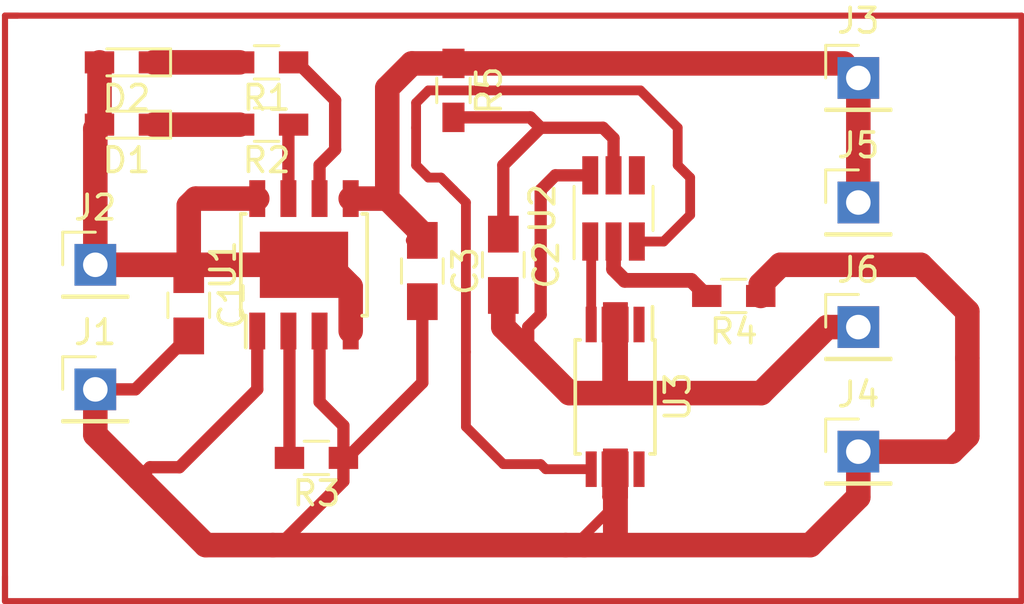
<source format=kicad_pcb>
(kicad_pcb (version 4) (host pcbnew 4.0.7-e1-6374~58~ubuntu14.04.1)

  (general
    (links 33)
    (no_connects 0)
    (area 0 0 0 0)
    (thickness 1.6)
    (drawings 0)
    (tracks 139)
    (zones 0)
    (modules 19)
    (nets 14)
  )

  (page A4)
  (layers
    (0 F.Cu signal)
    (31 B.Cu signal)
    (32 B.Adhes user)
    (33 F.Adhes user)
    (34 B.Paste user)
    (35 F.Paste user)
    (36 B.SilkS user)
    (37 F.SilkS user)
    (38 B.Mask user)
    (39 F.Mask user)
    (40 Dwgs.User user)
    (41 Cmts.User user)
    (42 Eco1.User user)
    (43 Eco2.User user)
    (44 Edge.Cuts user)
    (45 Margin user)
    (46 B.CrtYd user)
    (47 F.CrtYd user)
    (48 B.Fab user)
    (49 F.Fab user)
  )

  (setup
    (last_trace_width 0.25)
    (user_trace_width 0.4)
    (user_trace_width 0.5)
    (user_trace_width 0.6)
    (user_trace_width 0.7)
    (user_trace_width 1)
    (user_trace_width 2)
    (user_trace_width 3)
    (trace_clearance 0.2)
    (zone_clearance 0.015)
    (zone_45_only no)
    (trace_min 0.25)
    (segment_width 0.2)
    (edge_width 0.15)
    (via_size 0.6)
    (via_drill 0.4)
    (via_min_size 0.6)
    (via_min_drill 0.3)
    (user_via 1.5 0.9)
    (user_via 2.2 1)
    (user_via 3 1.5)
    (uvia_size 0.3)
    (uvia_drill 0.1)
    (uvias_allowed no)
    (uvia_min_size 0.2)
    (uvia_min_drill 0.1)
    (pcb_text_width 0.3)
    (pcb_text_size 1.5 1.5)
    (mod_edge_width 0.15)
    (mod_text_size 1 1)
    (mod_text_width 0.15)
    (pad_size 1.524 1.524)
    (pad_drill 0.762)
    (pad_to_mask_clearance 0.2)
    (aux_axis_origin 0 0)
    (visible_elements FFFFFF7F)
    (pcbplotparams
      (layerselection 0x00000_00000001)
      (usegerberextensions false)
      (excludeedgelayer true)
      (linewidth 0.200000)
      (plotframeref false)
      (viasonmask true)
      (mode 1)
      (useauxorigin false)
      (hpglpennumber 1)
      (hpglpenspeed 20)
      (hpglpendiameter 15)
      (hpglpenoverlay 2)
      (psnegative false)
      (psa4output false)
      (plotreference false)
      (plotvalue false)
      (plotinvisibletext true)
      (padsonsilk false)
      (subtractmaskfromsilk false)
      (outputformat 5)
      (mirror true)
      (drillshape 2)
      (scaleselection 1)
      (outputdirectory out/))
  )

  (net 0 "")
  (net 1 IN+)
  (net 2 "Net-(C2-Pad1)")
  (net 3 BAT-)
  (net 4 "Net-(D1-Pad1)")
  (net 5 "Net-(D2-Pad1)")
  (net 6 "Net-(R1-Pad1)")
  (net 7 "Net-(R2-Pad1)")
  (net 8 "Net-(R3-Pad2)")
  (net 9 "Net-(R4-Pad2)")
  (net 10 BAT+)
  (net 11 IN-)
  (net 12 "Net-(U2-Pad1)")
  (net 13 "Net-(U2-Pad3)")

  (net_class Default "This is the default net class."
    (clearance 0.2)
    (trace_width 0.25)
    (via_dia 0.6)
    (via_drill 0.4)
    (uvia_dia 0.3)
    (uvia_drill 0.1)
    (add_net BAT+)
    (add_net BAT-)
    (add_net IN+)
    (add_net IN-)
    (add_net "Net-(C2-Pad1)")
    (add_net "Net-(D1-Pad1)")
    (add_net "Net-(D2-Pad1)")
    (add_net "Net-(R1-Pad1)")
    (add_net "Net-(R2-Pad1)")
    (add_net "Net-(R3-Pad2)")
    (add_net "Net-(R4-Pad2)")
    (add_net "Net-(U2-Pad1)")
    (add_net "Net-(U2-Pad3)")
  )

  (module Capacitors_SMD:C_0805_HandSoldering (layer F.Cu) (tedit 58AA84A8) (tstamp 598D0C30)
    (at 123.825 70.231 270)
    (descr "Capacitor SMD 0805, hand soldering")
    (tags "capacitor 0805")
    (path /5980CC73)
    (attr smd)
    (fp_text reference C1 (at 0 -1.75 270) (layer F.SilkS)
      (effects (font (size 1 1) (thickness 0.15)))
    )
    (fp_text value 0.1uF (at 0 1.75 270) (layer F.Fab)
      (effects (font (size 1 1) (thickness 0.15)))
    )
    (fp_text user %R (at 0 -1.75 270) (layer F.Fab)
      (effects (font (size 1 1) (thickness 0.15)))
    )
    (fp_line (start -1 0.62) (end -1 -0.62) (layer F.Fab) (width 0.1))
    (fp_line (start 1 0.62) (end -1 0.62) (layer F.Fab) (width 0.1))
    (fp_line (start 1 -0.62) (end 1 0.62) (layer F.Fab) (width 0.1))
    (fp_line (start -1 -0.62) (end 1 -0.62) (layer F.Fab) (width 0.1))
    (fp_line (start 0.5 -0.85) (end -0.5 -0.85) (layer F.SilkS) (width 0.12))
    (fp_line (start -0.5 0.85) (end 0.5 0.85) (layer F.SilkS) (width 0.12))
    (fp_line (start -2.25 -0.88) (end 2.25 -0.88) (layer F.CrtYd) (width 0.05))
    (fp_line (start -2.25 -0.88) (end -2.25 0.87) (layer F.CrtYd) (width 0.05))
    (fp_line (start 2.25 0.87) (end 2.25 -0.88) (layer F.CrtYd) (width 0.05))
    (fp_line (start 2.25 0.87) (end -2.25 0.87) (layer F.CrtYd) (width 0.05))
    (pad 1 smd rect (at -1.25 0 270) (size 1.5 1.25) (layers F.Cu F.Paste F.Mask)
      (net 1 IN+))
    (pad 2 smd rect (at 1.25 0 270) (size 1.5 1.25) (layers F.Cu F.Paste F.Mask)
      (net 11 IN-))
    (model Capacitors_SMD.3dshapes/C_0805.wrl
      (at (xyz 0 0 0))
      (scale (xyz 1 1 1))
      (rotate (xyz 0 0 0))
    )
  )

  (module Capacitors_SMD:C_0805_HandSoldering (layer F.Cu) (tedit 599779C1) (tstamp 598D0C36)
    (at 136.652 68.58 270)
    (descr "Capacitor SMD 0805, hand soldering")
    (tags "capacitor 0805")
    (path /598D1488)
    (attr smd)
    (fp_text reference C2 (at 0 -1.75 270) (layer F.SilkS)
      (effects (font (size 1 1) (thickness 0.15)))
    )
    (fp_text value 0.1uF (at 4.064 0.508 270) (layer F.Fab)
      (effects (font (size 1 1) (thickness 0.15)))
    )
    (fp_text user %R (at 0 -1.75 270) (layer F.Fab)
      (effects (font (size 1 1) (thickness 0.15)))
    )
    (fp_line (start -1 0.62) (end -1 -0.62) (layer F.Fab) (width 0.1))
    (fp_line (start 1 0.62) (end -1 0.62) (layer F.Fab) (width 0.1))
    (fp_line (start 1 -0.62) (end 1 0.62) (layer F.Fab) (width 0.1))
    (fp_line (start -1 -0.62) (end 1 -0.62) (layer F.Fab) (width 0.1))
    (fp_line (start 0.5 -0.85) (end -0.5 -0.85) (layer F.SilkS) (width 0.12))
    (fp_line (start -0.5 0.85) (end 0.5 0.85) (layer F.SilkS) (width 0.12))
    (fp_line (start -2.25 -0.88) (end 2.25 -0.88) (layer F.CrtYd) (width 0.05))
    (fp_line (start -2.25 -0.88) (end -2.25 0.87) (layer F.CrtYd) (width 0.05))
    (fp_line (start 2.25 0.87) (end 2.25 -0.88) (layer F.CrtYd) (width 0.05))
    (fp_line (start 2.25 0.87) (end -2.25 0.87) (layer F.CrtYd) (width 0.05))
    (pad 1 smd rect (at -1.25 0 270) (size 1.5 1.25) (layers F.Cu F.Paste F.Mask)
      (net 2 "Net-(C2-Pad1)"))
    (pad 2 smd rect (at 1.25 0 270) (size 1.5 1.25) (layers F.Cu F.Paste F.Mask)
      (net 3 BAT-))
    (model Capacitors_SMD.3dshapes/C_0805.wrl
      (at (xyz 0 0 0))
      (scale (xyz 1 1 1))
      (rotate (xyz 0 0 0))
    )
  )

  (module TO_SOT_Packages_SMD:SOT-23-6_Handsoldering (layer F.Cu) (tedit 58CE4E7E) (tstamp 598D0CB8)
    (at 141.1478 66.2813 90)
    (descr "6-pin SOT-23 package, Handsoldering")
    (tags "SOT-23-6 Handsoldering")
    (path /598D23F7)
    (attr smd)
    (fp_text reference U2 (at 0 -2.9 90) (layer F.SilkS)
      (effects (font (size 1 1) (thickness 0.15)))
    )
    (fp_text value DW01 (at 0 2.9 90) (layer F.Fab)
      (effects (font (size 1 1) (thickness 0.15)))
    )
    (fp_text user %R (at 0 0 180) (layer F.Fab)
      (effects (font (size 0.5 0.5) (thickness 0.075)))
    )
    (fp_line (start -0.9 1.61) (end 0.9 1.61) (layer F.SilkS) (width 0.12))
    (fp_line (start 0.9 -1.61) (end -2.05 -1.61) (layer F.SilkS) (width 0.12))
    (fp_line (start -2.4 1.8) (end -2.4 -1.8) (layer F.CrtYd) (width 0.05))
    (fp_line (start 2.4 1.8) (end -2.4 1.8) (layer F.CrtYd) (width 0.05))
    (fp_line (start 2.4 -1.8) (end 2.4 1.8) (layer F.CrtYd) (width 0.05))
    (fp_line (start -2.4 -1.8) (end 2.4 -1.8) (layer F.CrtYd) (width 0.05))
    (fp_line (start -0.9 -0.9) (end -0.25 -1.55) (layer F.Fab) (width 0.1))
    (fp_line (start 0.9 -1.55) (end -0.25 -1.55) (layer F.Fab) (width 0.1))
    (fp_line (start -0.9 -0.9) (end -0.9 1.55) (layer F.Fab) (width 0.1))
    (fp_line (start 0.9 1.55) (end -0.9 1.55) (layer F.Fab) (width 0.1))
    (fp_line (start 0.9 -1.55) (end 0.9 1.55) (layer F.Fab) (width 0.1))
    (pad 1 smd rect (at -1.35 -0.95 90) (size 1.56 0.65) (layers F.Cu F.Paste F.Mask)
      (net 12 "Net-(U2-Pad1)"))
    (pad 2 smd rect (at -1.35 0 90) (size 1.56 0.65) (layers F.Cu F.Paste F.Mask)
      (net 9 "Net-(R4-Pad2)"))
    (pad 3 smd rect (at -1.35 0.95 90) (size 1.56 0.65) (layers F.Cu F.Paste F.Mask)
      (net 13 "Net-(U2-Pad3)"))
    (pad 4 smd rect (at 1.35 0.95 90) (size 1.56 0.65) (layers F.Cu F.Paste F.Mask))
    (pad 6 smd rect (at 1.35 -0.95 90) (size 1.56 0.65) (layers F.Cu F.Paste F.Mask)
      (net 3 BAT-))
    (pad 5 smd rect (at 1.35 0 90) (size 1.56 0.65) (layers F.Cu F.Paste F.Mask)
      (net 2 "Net-(C2-Pad1)"))
    (model ${KISYS3DMOD}/TO_SOT_Packages_SMD.3dshapes/SOT-23-6.wrl
      (at (xyz 0 0 0))
      (scale (xyz 1 1 1))
      (rotate (xyz 0 0 0))
    )
  )

  (module Resistors_SMD:R_0603_HandSoldering (layer F.Cu) (tedit 58E0A804) (tstamp 598F8508)
    (at 127 60.325 180)
    (descr "Resistor SMD 0603, hand soldering")
    (tags "resistor 0603")
    (path /5980CDB4)
    (attr smd)
    (fp_text reference R1 (at 0 -1.45 180) (layer F.SilkS)
      (effects (font (size 1 1) (thickness 0.15)))
    )
    (fp_text value 1k (at 0 1.55 180) (layer F.Fab)
      (effects (font (size 1 1) (thickness 0.15)))
    )
    (fp_text user %R (at 0 0 180) (layer F.Fab)
      (effects (font (size 0.4 0.4) (thickness 0.075)))
    )
    (fp_line (start -0.8 0.4) (end -0.8 -0.4) (layer F.Fab) (width 0.1))
    (fp_line (start 0.8 0.4) (end -0.8 0.4) (layer F.Fab) (width 0.1))
    (fp_line (start 0.8 -0.4) (end 0.8 0.4) (layer F.Fab) (width 0.1))
    (fp_line (start -0.8 -0.4) (end 0.8 -0.4) (layer F.Fab) (width 0.1))
    (fp_line (start 0.5 0.68) (end -0.5 0.68) (layer F.SilkS) (width 0.12))
    (fp_line (start -0.5 -0.68) (end 0.5 -0.68) (layer F.SilkS) (width 0.12))
    (fp_line (start -1.96 -0.7) (end 1.95 -0.7) (layer F.CrtYd) (width 0.05))
    (fp_line (start -1.96 -0.7) (end -1.96 0.7) (layer F.CrtYd) (width 0.05))
    (fp_line (start 1.95 0.7) (end 1.95 -0.7) (layer F.CrtYd) (width 0.05))
    (fp_line (start 1.95 0.7) (end -1.96 0.7) (layer F.CrtYd) (width 0.05))
    (pad 1 smd rect (at -1.1 0 180) (size 1.2 0.9) (layers F.Cu F.Paste F.Mask)
      (net 6 "Net-(R1-Pad1)"))
    (pad 2 smd rect (at 1.1 0 180) (size 1.2 0.9) (layers F.Cu F.Paste F.Mask)
      (net 5 "Net-(D2-Pad1)"))
    (model ${KISYS3DMOD}/Resistors_SMD.3dshapes/R_0603.wrl
      (at (xyz 0 0 0))
      (scale (xyz 1 1 1))
      (rotate (xyz 0 0 0))
    )
  )

  (module Resistors_SMD:R_0603_HandSoldering (layer F.Cu) (tedit 58E0A804) (tstamp 598F850D)
    (at 127 62.865 180)
    (descr "Resistor SMD 0603, hand soldering")
    (tags "resistor 0603")
    (path /5980CC1A)
    (attr smd)
    (fp_text reference R2 (at 0 -1.45 180) (layer F.SilkS)
      (effects (font (size 1 1) (thickness 0.15)))
    )
    (fp_text value 1k (at 0 1.55 180) (layer F.Fab)
      (effects (font (size 1 1) (thickness 0.15)))
    )
    (fp_text user %R (at 0 0 180) (layer F.Fab)
      (effects (font (size 0.4 0.4) (thickness 0.075)))
    )
    (fp_line (start -0.8 0.4) (end -0.8 -0.4) (layer F.Fab) (width 0.1))
    (fp_line (start 0.8 0.4) (end -0.8 0.4) (layer F.Fab) (width 0.1))
    (fp_line (start 0.8 -0.4) (end 0.8 0.4) (layer F.Fab) (width 0.1))
    (fp_line (start -0.8 -0.4) (end 0.8 -0.4) (layer F.Fab) (width 0.1))
    (fp_line (start 0.5 0.68) (end -0.5 0.68) (layer F.SilkS) (width 0.12))
    (fp_line (start -0.5 -0.68) (end 0.5 -0.68) (layer F.SilkS) (width 0.12))
    (fp_line (start -1.96 -0.7) (end 1.95 -0.7) (layer F.CrtYd) (width 0.05))
    (fp_line (start -1.96 -0.7) (end -1.96 0.7) (layer F.CrtYd) (width 0.05))
    (fp_line (start 1.95 0.7) (end 1.95 -0.7) (layer F.CrtYd) (width 0.05))
    (fp_line (start 1.95 0.7) (end -1.96 0.7) (layer F.CrtYd) (width 0.05))
    (pad 1 smd rect (at -1.1 0 180) (size 1.2 0.9) (layers F.Cu F.Paste F.Mask)
      (net 7 "Net-(R2-Pad1)"))
    (pad 2 smd rect (at 1.1 0 180) (size 1.2 0.9) (layers F.Cu F.Paste F.Mask)
      (net 4 "Net-(D1-Pad1)"))
    (model ${KISYS3DMOD}/Resistors_SMD.3dshapes/R_0603.wrl
      (at (xyz 0 0 0))
      (scale (xyz 1 1 1))
      (rotate (xyz 0 0 0))
    )
  )

  (module Resistors_SMD:R_0603_HandSoldering (layer F.Cu) (tedit 58E0A804) (tstamp 598F8512)
    (at 129.032 76.454 180)
    (descr "Resistor SMD 0603, hand soldering")
    (tags "resistor 0603")
    (path /5980D069)
    (attr smd)
    (fp_text reference R3 (at 0 -1.45 180) (layer F.SilkS)
      (effects (font (size 1 1) (thickness 0.15)))
    )
    (fp_text value 10k (at 0 1.55 180) (layer F.Fab)
      (effects (font (size 1 1) (thickness 0.15)))
    )
    (fp_text user %R (at 0 0 180) (layer F.Fab)
      (effects (font (size 0.4 0.4) (thickness 0.075)))
    )
    (fp_line (start -0.8 0.4) (end -0.8 -0.4) (layer F.Fab) (width 0.1))
    (fp_line (start 0.8 0.4) (end -0.8 0.4) (layer F.Fab) (width 0.1))
    (fp_line (start 0.8 -0.4) (end 0.8 0.4) (layer F.Fab) (width 0.1))
    (fp_line (start -0.8 -0.4) (end 0.8 -0.4) (layer F.Fab) (width 0.1))
    (fp_line (start 0.5 0.68) (end -0.5 0.68) (layer F.SilkS) (width 0.12))
    (fp_line (start -0.5 -0.68) (end 0.5 -0.68) (layer F.SilkS) (width 0.12))
    (fp_line (start -1.96 -0.7) (end 1.95 -0.7) (layer F.CrtYd) (width 0.05))
    (fp_line (start -1.96 -0.7) (end -1.96 0.7) (layer F.CrtYd) (width 0.05))
    (fp_line (start 1.95 0.7) (end 1.95 -0.7) (layer F.CrtYd) (width 0.05))
    (fp_line (start 1.95 0.7) (end -1.96 0.7) (layer F.CrtYd) (width 0.05))
    (pad 1 smd rect (at -1.1 0 180) (size 1.2 0.9) (layers F.Cu F.Paste F.Mask)
      (net 11 IN-))
    (pad 2 smd rect (at 1.1 0 180) (size 1.2 0.9) (layers F.Cu F.Paste F.Mask)
      (net 8 "Net-(R3-Pad2)"))
    (model ${KISYS3DMOD}/Resistors_SMD.3dshapes/R_0603.wrl
      (at (xyz 0 0 0))
      (scale (xyz 1 1 1))
      (rotate (xyz 0 0 0))
    )
  )

  (module Resistors_SMD:R_0603_HandSoldering (layer F.Cu) (tedit 58E0A804) (tstamp 598F8517)
    (at 146.05 69.85 180)
    (descr "Resistor SMD 0603, hand soldering")
    (tags "resistor 0603")
    (path /598D0D68)
    (attr smd)
    (fp_text reference R4 (at 0 -1.45 180) (layer F.SilkS)
      (effects (font (size 1 1) (thickness 0.15)))
    )
    (fp_text value 1k (at 0 1.55 180) (layer F.Fab)
      (effects (font (size 1 1) (thickness 0.15)))
    )
    (fp_text user %R (at 0 0 180) (layer F.Fab)
      (effects (font (size 0.4 0.4) (thickness 0.075)))
    )
    (fp_line (start -0.8 0.4) (end -0.8 -0.4) (layer F.Fab) (width 0.1))
    (fp_line (start 0.8 0.4) (end -0.8 0.4) (layer F.Fab) (width 0.1))
    (fp_line (start 0.8 -0.4) (end 0.8 0.4) (layer F.Fab) (width 0.1))
    (fp_line (start -0.8 -0.4) (end 0.8 -0.4) (layer F.Fab) (width 0.1))
    (fp_line (start 0.5 0.68) (end -0.5 0.68) (layer F.SilkS) (width 0.12))
    (fp_line (start -0.5 -0.68) (end 0.5 -0.68) (layer F.SilkS) (width 0.12))
    (fp_line (start -1.96 -0.7) (end 1.95 -0.7) (layer F.CrtYd) (width 0.05))
    (fp_line (start -1.96 -0.7) (end -1.96 0.7) (layer F.CrtYd) (width 0.05))
    (fp_line (start 1.95 0.7) (end 1.95 -0.7) (layer F.CrtYd) (width 0.05))
    (fp_line (start 1.95 0.7) (end -1.96 0.7) (layer F.CrtYd) (width 0.05))
    (pad 1 smd rect (at -1.1 0 180) (size 1.2 0.9) (layers F.Cu F.Paste F.Mask)
      (net 11 IN-))
    (pad 2 smd rect (at 1.1 0 180) (size 1.2 0.9) (layers F.Cu F.Paste F.Mask)
      (net 9 "Net-(R4-Pad2)"))
    (model ${KISYS3DMOD}/Resistors_SMD.3dshapes/R_0603.wrl
      (at (xyz 0 0 0))
      (scale (xyz 1 1 1))
      (rotate (xyz 0 0 0))
    )
  )

  (module Resistors_SMD:R_0603_HandSoldering (layer F.Cu) (tedit 58E0A804) (tstamp 598F851C)
    (at 134.62 61.468 270)
    (descr "Resistor SMD 0603, hand soldering")
    (tags "resistor 0603")
    (path /598D157A)
    (attr smd)
    (fp_text reference R5 (at 0 -1.45 270) (layer F.SilkS)
      (effects (font (size 1 1) (thickness 0.15)))
    )
    (fp_text value 100 (at 0 1.55 270) (layer F.Fab)
      (effects (font (size 1 1) (thickness 0.15)))
    )
    (fp_text user %R (at 0 0 270) (layer F.Fab)
      (effects (font (size 0.4 0.4) (thickness 0.075)))
    )
    (fp_line (start -0.8 0.4) (end -0.8 -0.4) (layer F.Fab) (width 0.1))
    (fp_line (start 0.8 0.4) (end -0.8 0.4) (layer F.Fab) (width 0.1))
    (fp_line (start 0.8 -0.4) (end 0.8 0.4) (layer F.Fab) (width 0.1))
    (fp_line (start -0.8 -0.4) (end 0.8 -0.4) (layer F.Fab) (width 0.1))
    (fp_line (start 0.5 0.68) (end -0.5 0.68) (layer F.SilkS) (width 0.12))
    (fp_line (start -0.5 -0.68) (end 0.5 -0.68) (layer F.SilkS) (width 0.12))
    (fp_line (start -1.96 -0.7) (end 1.95 -0.7) (layer F.CrtYd) (width 0.05))
    (fp_line (start -1.96 -0.7) (end -1.96 0.7) (layer F.CrtYd) (width 0.05))
    (fp_line (start 1.95 0.7) (end 1.95 -0.7) (layer F.CrtYd) (width 0.05))
    (fp_line (start 1.95 0.7) (end -1.96 0.7) (layer F.CrtYd) (width 0.05))
    (pad 1 smd rect (at -1.1 0 270) (size 1.2 0.9) (layers F.Cu F.Paste F.Mask)
      (net 10 BAT+))
    (pad 2 smd rect (at 1.1 0 270) (size 1.2 0.9) (layers F.Cu F.Paste F.Mask)
      (net 2 "Net-(C2-Pad1)"))
    (model ${KISYS3DMOD}/Resistors_SMD.3dshapes/R_0603.wrl
      (at (xyz 0 0 0))
      (scale (xyz 1 1 1))
      (rotate (xyz 0 0 0))
    )
  )

  (module Pin_Headers:Pin_Header_Straight_1x01_Pitch2.54mm (layer F.Cu) (tedit 59650532) (tstamp 598F862C)
    (at 120.015 73.66)
    (descr "Through hole straight pin header, 1x01, 2.54mm pitch, single row")
    (tags "Through hole pin header THT 1x01 2.54mm single row")
    (path /598F8882)
    (fp_text reference J1 (at 0 -2.33) (layer F.SilkS)
      (effects (font (size 1 1) (thickness 0.15)))
    )
    (fp_text value CONN_in- (at 0 2.33) (layer F.Fab)
      (effects (font (size 1 1) (thickness 0.15)))
    )
    (fp_line (start -0.635 -1.27) (end 1.27 -1.27) (layer F.Fab) (width 0.1))
    (fp_line (start 1.27 -1.27) (end 1.27 1.27) (layer F.Fab) (width 0.1))
    (fp_line (start 1.27 1.27) (end -1.27 1.27) (layer F.Fab) (width 0.1))
    (fp_line (start -1.27 1.27) (end -1.27 -0.635) (layer F.Fab) (width 0.1))
    (fp_line (start -1.27 -0.635) (end -0.635 -1.27) (layer F.Fab) (width 0.1))
    (fp_line (start -1.33 1.33) (end 1.33 1.33) (layer F.SilkS) (width 0.12))
    (fp_line (start -1.33 1.27) (end -1.33 1.33) (layer F.SilkS) (width 0.12))
    (fp_line (start 1.33 1.27) (end 1.33 1.33) (layer F.SilkS) (width 0.12))
    (fp_line (start -1.33 1.27) (end 1.33 1.27) (layer F.SilkS) (width 0.12))
    (fp_line (start -1.33 0) (end -1.33 -1.33) (layer F.SilkS) (width 0.12))
    (fp_line (start -1.33 -1.33) (end 0 -1.33) (layer F.SilkS) (width 0.12))
    (fp_line (start -1.8 -1.8) (end -1.8 1.8) (layer F.CrtYd) (width 0.05))
    (fp_line (start -1.8 1.8) (end 1.8 1.8) (layer F.CrtYd) (width 0.05))
    (fp_line (start 1.8 1.8) (end 1.8 -1.8) (layer F.CrtYd) (width 0.05))
    (fp_line (start 1.8 -1.8) (end -1.8 -1.8) (layer F.CrtYd) (width 0.05))
    (fp_text user %R (at 0 0 90) (layer F.Fab)
      (effects (font (size 1 1) (thickness 0.15)))
    )
    (pad 1 thru_hole rect (at 0 0) (size 1.7 1.7) (drill 1) (layers *.Cu *.Mask)
      (net 11 IN-))
    (model ${KISYS3DMOD}/Pin_Headers.3dshapes/Pin_Header_Straight_1x01_Pitch2.54mm.wrl
      (at (xyz 0 0 0))
      (scale (xyz 1 1 1))
      (rotate (xyz 0 0 0))
    )
  )

  (module Pin_Headers:Pin_Header_Straight_1x01_Pitch2.54mm (layer F.Cu) (tedit 59650532) (tstamp 598F8631)
    (at 120.015 68.58)
    (descr "Through hole straight pin header, 1x01, 2.54mm pitch, single row")
    (tags "Through hole pin header THT 1x01 2.54mm single row")
    (path /598F8785)
    (fp_text reference J2 (at 0 -2.33) (layer F.SilkS)
      (effects (font (size 1 1) (thickness 0.15)))
    )
    (fp_text value CONN_in+ (at 0 2.33) (layer F.Fab)
      (effects (font (size 1 1) (thickness 0.15)))
    )
    (fp_line (start -0.635 -1.27) (end 1.27 -1.27) (layer F.Fab) (width 0.1))
    (fp_line (start 1.27 -1.27) (end 1.27 1.27) (layer F.Fab) (width 0.1))
    (fp_line (start 1.27 1.27) (end -1.27 1.27) (layer F.Fab) (width 0.1))
    (fp_line (start -1.27 1.27) (end -1.27 -0.635) (layer F.Fab) (width 0.1))
    (fp_line (start -1.27 -0.635) (end -0.635 -1.27) (layer F.Fab) (width 0.1))
    (fp_line (start -1.33 1.33) (end 1.33 1.33) (layer F.SilkS) (width 0.12))
    (fp_line (start -1.33 1.27) (end -1.33 1.33) (layer F.SilkS) (width 0.12))
    (fp_line (start 1.33 1.27) (end 1.33 1.33) (layer F.SilkS) (width 0.12))
    (fp_line (start -1.33 1.27) (end 1.33 1.27) (layer F.SilkS) (width 0.12))
    (fp_line (start -1.33 0) (end -1.33 -1.33) (layer F.SilkS) (width 0.12))
    (fp_line (start -1.33 -1.33) (end 0 -1.33) (layer F.SilkS) (width 0.12))
    (fp_line (start -1.8 -1.8) (end -1.8 1.8) (layer F.CrtYd) (width 0.05))
    (fp_line (start -1.8 1.8) (end 1.8 1.8) (layer F.CrtYd) (width 0.05))
    (fp_line (start 1.8 1.8) (end 1.8 -1.8) (layer F.CrtYd) (width 0.05))
    (fp_line (start 1.8 -1.8) (end -1.8 -1.8) (layer F.CrtYd) (width 0.05))
    (fp_text user %R (at 0 0 90) (layer F.Fab)
      (effects (font (size 1 1) (thickness 0.15)))
    )
    (pad 1 thru_hole rect (at 0 0) (size 1.7 1.7) (drill 1) (layers *.Cu *.Mask)
      (net 1 IN+))
    (model ${KISYS3DMOD}/Pin_Headers.3dshapes/Pin_Header_Straight_1x01_Pitch2.54mm.wrl
      (at (xyz 0 0 0))
      (scale (xyz 1 1 1))
      (rotate (xyz 0 0 0))
    )
  )

  (module Pin_Headers:Pin_Header_Straight_1x01_Pitch2.54mm (layer F.Cu) (tedit 59650532) (tstamp 598F8636)
    (at 151.13 60.96)
    (descr "Through hole straight pin header, 1x01, 2.54mm pitch, single row")
    (tags "Through hole pin header THT 1x01 2.54mm single row")
    (path /598F8FBA)
    (fp_text reference J3 (at 0 -2.33) (layer F.SilkS)
      (effects (font (size 1 1) (thickness 0.15)))
    )
    (fp_text value conOut+ (at 0 2.33) (layer F.Fab)
      (effects (font (size 1 1) (thickness 0.15)))
    )
    (fp_line (start -0.635 -1.27) (end 1.27 -1.27) (layer F.Fab) (width 0.1))
    (fp_line (start 1.27 -1.27) (end 1.27 1.27) (layer F.Fab) (width 0.1))
    (fp_line (start 1.27 1.27) (end -1.27 1.27) (layer F.Fab) (width 0.1))
    (fp_line (start -1.27 1.27) (end -1.27 -0.635) (layer F.Fab) (width 0.1))
    (fp_line (start -1.27 -0.635) (end -0.635 -1.27) (layer F.Fab) (width 0.1))
    (fp_line (start -1.33 1.33) (end 1.33 1.33) (layer F.SilkS) (width 0.12))
    (fp_line (start -1.33 1.27) (end -1.33 1.33) (layer F.SilkS) (width 0.12))
    (fp_line (start 1.33 1.27) (end 1.33 1.33) (layer F.SilkS) (width 0.12))
    (fp_line (start -1.33 1.27) (end 1.33 1.27) (layer F.SilkS) (width 0.12))
    (fp_line (start -1.33 0) (end -1.33 -1.33) (layer F.SilkS) (width 0.12))
    (fp_line (start -1.33 -1.33) (end 0 -1.33) (layer F.SilkS) (width 0.12))
    (fp_line (start -1.8 -1.8) (end -1.8 1.8) (layer F.CrtYd) (width 0.05))
    (fp_line (start -1.8 1.8) (end 1.8 1.8) (layer F.CrtYd) (width 0.05))
    (fp_line (start 1.8 1.8) (end 1.8 -1.8) (layer F.CrtYd) (width 0.05))
    (fp_line (start 1.8 -1.8) (end -1.8 -1.8) (layer F.CrtYd) (width 0.05))
    (fp_text user %R (at 0 0 90) (layer F.Fab)
      (effects (font (size 1 1) (thickness 0.15)))
    )
    (pad 1 thru_hole rect (at 0 0) (size 1.7 1.7) (drill 1) (layers *.Cu *.Mask)
      (net 10 BAT+))
    (model ${KISYS3DMOD}/Pin_Headers.3dshapes/Pin_Header_Straight_1x01_Pitch2.54mm.wrl
      (at (xyz 0 0 0))
      (scale (xyz 1 1 1))
      (rotate (xyz 0 0 0))
    )
  )

  (module Pin_Headers:Pin_Header_Straight_1x01_Pitch2.54mm (layer F.Cu) (tedit 59650532) (tstamp 598F863B)
    (at 151.13 76.2)
    (descr "Through hole straight pin header, 1x01, 2.54mm pitch, single row")
    (tags "Through hole pin header THT 1x01 2.54mm single row")
    (path /598F8EE2)
    (fp_text reference J4 (at 0 -2.33) (layer F.SilkS)
      (effects (font (size 1 1) (thickness 0.15)))
    )
    (fp_text value conOut- (at 0 2.33) (layer F.Fab)
      (effects (font (size 1 1) (thickness 0.15)))
    )
    (fp_line (start -0.635 -1.27) (end 1.27 -1.27) (layer F.Fab) (width 0.1))
    (fp_line (start 1.27 -1.27) (end 1.27 1.27) (layer F.Fab) (width 0.1))
    (fp_line (start 1.27 1.27) (end -1.27 1.27) (layer F.Fab) (width 0.1))
    (fp_line (start -1.27 1.27) (end -1.27 -0.635) (layer F.Fab) (width 0.1))
    (fp_line (start -1.27 -0.635) (end -0.635 -1.27) (layer F.Fab) (width 0.1))
    (fp_line (start -1.33 1.33) (end 1.33 1.33) (layer F.SilkS) (width 0.12))
    (fp_line (start -1.33 1.27) (end -1.33 1.33) (layer F.SilkS) (width 0.12))
    (fp_line (start 1.33 1.27) (end 1.33 1.33) (layer F.SilkS) (width 0.12))
    (fp_line (start -1.33 1.27) (end 1.33 1.27) (layer F.SilkS) (width 0.12))
    (fp_line (start -1.33 0) (end -1.33 -1.33) (layer F.SilkS) (width 0.12))
    (fp_line (start -1.33 -1.33) (end 0 -1.33) (layer F.SilkS) (width 0.12))
    (fp_line (start -1.8 -1.8) (end -1.8 1.8) (layer F.CrtYd) (width 0.05))
    (fp_line (start -1.8 1.8) (end 1.8 1.8) (layer F.CrtYd) (width 0.05))
    (fp_line (start 1.8 1.8) (end 1.8 -1.8) (layer F.CrtYd) (width 0.05))
    (fp_line (start 1.8 -1.8) (end -1.8 -1.8) (layer F.CrtYd) (width 0.05))
    (fp_text user %R (at 0 0 90) (layer F.Fab)
      (effects (font (size 1 1) (thickness 0.15)))
    )
    (pad 1 thru_hole rect (at 0 0) (size 1.7 1.7) (drill 1) (layers *.Cu *.Mask)
      (net 11 IN-))
    (model ${KISYS3DMOD}/Pin_Headers.3dshapes/Pin_Header_Straight_1x01_Pitch2.54mm.wrl
      (at (xyz 0 0 0))
      (scale (xyz 1 1 1))
      (rotate (xyz 0 0 0))
    )
  )

  (module Pin_Headers:Pin_Header_Straight_1x01_Pitch2.54mm (layer F.Cu) (tedit 59650532) (tstamp 598F8640)
    (at 151.13 66.04)
    (descr "Through hole straight pin header, 1x01, 2.54mm pitch, single row")
    (tags "Through hole pin header THT 1x01 2.54mm single row")
    (path /598F8A0B)
    (fp_text reference J5 (at 0 -2.33) (layer F.SilkS)
      (effects (font (size 1 1) (thickness 0.15)))
    )
    (fp_text value CONN_bat+ (at 0 2.33) (layer F.Fab)
      (effects (font (size 1 1) (thickness 0.15)))
    )
    (fp_line (start -0.635 -1.27) (end 1.27 -1.27) (layer F.Fab) (width 0.1))
    (fp_line (start 1.27 -1.27) (end 1.27 1.27) (layer F.Fab) (width 0.1))
    (fp_line (start 1.27 1.27) (end -1.27 1.27) (layer F.Fab) (width 0.1))
    (fp_line (start -1.27 1.27) (end -1.27 -0.635) (layer F.Fab) (width 0.1))
    (fp_line (start -1.27 -0.635) (end -0.635 -1.27) (layer F.Fab) (width 0.1))
    (fp_line (start -1.33 1.33) (end 1.33 1.33) (layer F.SilkS) (width 0.12))
    (fp_line (start -1.33 1.27) (end -1.33 1.33) (layer F.SilkS) (width 0.12))
    (fp_line (start 1.33 1.27) (end 1.33 1.33) (layer F.SilkS) (width 0.12))
    (fp_line (start -1.33 1.27) (end 1.33 1.27) (layer F.SilkS) (width 0.12))
    (fp_line (start -1.33 0) (end -1.33 -1.33) (layer F.SilkS) (width 0.12))
    (fp_line (start -1.33 -1.33) (end 0 -1.33) (layer F.SilkS) (width 0.12))
    (fp_line (start -1.8 -1.8) (end -1.8 1.8) (layer F.CrtYd) (width 0.05))
    (fp_line (start -1.8 1.8) (end 1.8 1.8) (layer F.CrtYd) (width 0.05))
    (fp_line (start 1.8 1.8) (end 1.8 -1.8) (layer F.CrtYd) (width 0.05))
    (fp_line (start 1.8 -1.8) (end -1.8 -1.8) (layer F.CrtYd) (width 0.05))
    (fp_text user %R (at 0 0 90) (layer F.Fab)
      (effects (font (size 1 1) (thickness 0.15)))
    )
    (pad 1 thru_hole rect (at 0 0) (size 1.7 1.7) (drill 1) (layers *.Cu *.Mask)
      (net 10 BAT+))
    (model ${KISYS3DMOD}/Pin_Headers.3dshapes/Pin_Header_Straight_1x01_Pitch2.54mm.wrl
      (at (xyz 0 0 0))
      (scale (xyz 1 1 1))
      (rotate (xyz 0 0 0))
    )
  )

  (module Pin_Headers:Pin_Header_Straight_1x01_Pitch2.54mm (layer F.Cu) (tedit 59650532) (tstamp 598F8645)
    (at 151.13 71.12)
    (descr "Through hole straight pin header, 1x01, 2.54mm pitch, single row")
    (tags "Through hole pin header THT 1x01 2.54mm single row")
    (path /598F8B93)
    (fp_text reference J6 (at 0 -2.33) (layer F.SilkS)
      (effects (font (size 1 1) (thickness 0.15)))
    )
    (fp_text value CONN_bat- (at 0 2.33) (layer F.Fab)
      (effects (font (size 1 1) (thickness 0.15)))
    )
    (fp_line (start -0.635 -1.27) (end 1.27 -1.27) (layer F.Fab) (width 0.1))
    (fp_line (start 1.27 -1.27) (end 1.27 1.27) (layer F.Fab) (width 0.1))
    (fp_line (start 1.27 1.27) (end -1.27 1.27) (layer F.Fab) (width 0.1))
    (fp_line (start -1.27 1.27) (end -1.27 -0.635) (layer F.Fab) (width 0.1))
    (fp_line (start -1.27 -0.635) (end -0.635 -1.27) (layer F.Fab) (width 0.1))
    (fp_line (start -1.33 1.33) (end 1.33 1.33) (layer F.SilkS) (width 0.12))
    (fp_line (start -1.33 1.27) (end -1.33 1.33) (layer F.SilkS) (width 0.12))
    (fp_line (start 1.33 1.27) (end 1.33 1.33) (layer F.SilkS) (width 0.12))
    (fp_line (start -1.33 1.27) (end 1.33 1.27) (layer F.SilkS) (width 0.12))
    (fp_line (start -1.33 0) (end -1.33 -1.33) (layer F.SilkS) (width 0.12))
    (fp_line (start -1.33 -1.33) (end 0 -1.33) (layer F.SilkS) (width 0.12))
    (fp_line (start -1.8 -1.8) (end -1.8 1.8) (layer F.CrtYd) (width 0.05))
    (fp_line (start -1.8 1.8) (end 1.8 1.8) (layer F.CrtYd) (width 0.05))
    (fp_line (start 1.8 1.8) (end 1.8 -1.8) (layer F.CrtYd) (width 0.05))
    (fp_line (start 1.8 -1.8) (end -1.8 -1.8) (layer F.CrtYd) (width 0.05))
    (fp_text user %R (at 0 0 90) (layer F.Fab)
      (effects (font (size 1 1) (thickness 0.15)))
    )
    (pad 1 thru_hole rect (at 0 0) (size 1.7 1.7) (drill 1) (layers *.Cu *.Mask)
      (net 3 BAT-))
    (model ${KISYS3DMOD}/Pin_Headers.3dshapes/Pin_Header_Straight_1x01_Pitch2.54mm.wrl
      (at (xyz 0 0 0))
      (scale (xyz 1 1 1))
      (rotate (xyz 0 0 0))
    )
  )

  (module LEDs:LED_0603_HandSoldering (layer F.Cu) (tedit 595FC9C0) (tstamp 59937932)
    (at 121.285 62.865 180)
    (descr "LED SMD 0603, hand soldering")
    (tags "LED 0603")
    (path /5980CE60)
    (attr smd)
    (fp_text reference D1 (at 0 -1.45 180) (layer F.SilkS)
      (effects (font (size 1 1) (thickness 0.15)))
    )
    (fp_text value LED (at 0 1.55 180) (layer F.Fab)
      (effects (font (size 1 1) (thickness 0.15)))
    )
    (fp_line (start -1.8 -0.55) (end -1.8 0.55) (layer F.SilkS) (width 0.12))
    (fp_line (start -0.2 -0.2) (end -0.2 0.2) (layer F.Fab) (width 0.1))
    (fp_line (start -0.15 0) (end 0.15 -0.2) (layer F.Fab) (width 0.1))
    (fp_line (start 0.15 0.2) (end -0.15 0) (layer F.Fab) (width 0.1))
    (fp_line (start 0.15 -0.2) (end 0.15 0.2) (layer F.Fab) (width 0.1))
    (fp_line (start 0.8 0.4) (end -0.8 0.4) (layer F.Fab) (width 0.1))
    (fp_line (start 0.8 -0.4) (end 0.8 0.4) (layer F.Fab) (width 0.1))
    (fp_line (start -0.8 -0.4) (end 0.8 -0.4) (layer F.Fab) (width 0.1))
    (fp_line (start -1.8 0.55) (end 0.8 0.55) (layer F.SilkS) (width 0.12))
    (fp_line (start -1.8 -0.55) (end 0.8 -0.55) (layer F.SilkS) (width 0.12))
    (fp_line (start -1.96 -0.7) (end 1.95 -0.7) (layer F.CrtYd) (width 0.05))
    (fp_line (start -1.96 -0.7) (end -1.96 0.7) (layer F.CrtYd) (width 0.05))
    (fp_line (start 1.95 0.7) (end 1.95 -0.7) (layer F.CrtYd) (width 0.05))
    (fp_line (start 1.95 0.7) (end -1.96 0.7) (layer F.CrtYd) (width 0.05))
    (fp_line (start -0.8 -0.4) (end -0.8 0.4) (layer F.Fab) (width 0.1))
    (pad 1 smd rect (at -1.1 0 180) (size 1.2 0.9) (layers F.Cu F.Paste F.Mask)
      (net 4 "Net-(D1-Pad1)"))
    (pad 2 smd rect (at 1.1 0 180) (size 1.2 0.9) (layers F.Cu F.Paste F.Mask)
      (net 1 IN+))
    (model ${KISYS3DMOD}/LEDs.3dshapes/LED_0603.wrl
      (at (xyz 0 0 0))
      (scale (xyz 1 1 1))
      (rotate (xyz 0 0 180))
    )
  )

  (module LEDs:LED_0603_HandSoldering (layer F.Cu) (tedit 595FC9C0) (tstamp 59937937)
    (at 121.285 60.325 180)
    (descr "LED SMD 0603, hand soldering")
    (tags "LED 0603")
    (path /5980CCB4)
    (attr smd)
    (fp_text reference D2 (at 0 -1.45 180) (layer F.SilkS)
      (effects (font (size 1 1) (thickness 0.15)))
    )
    (fp_text value LED (at 0 1.55 180) (layer F.Fab)
      (effects (font (size 1 1) (thickness 0.15)))
    )
    (fp_line (start -1.8 -0.55) (end -1.8 0.55) (layer F.SilkS) (width 0.12))
    (fp_line (start -0.2 -0.2) (end -0.2 0.2) (layer F.Fab) (width 0.1))
    (fp_line (start -0.15 0) (end 0.15 -0.2) (layer F.Fab) (width 0.1))
    (fp_line (start 0.15 0.2) (end -0.15 0) (layer F.Fab) (width 0.1))
    (fp_line (start 0.15 -0.2) (end 0.15 0.2) (layer F.Fab) (width 0.1))
    (fp_line (start 0.8 0.4) (end -0.8 0.4) (layer F.Fab) (width 0.1))
    (fp_line (start 0.8 -0.4) (end 0.8 0.4) (layer F.Fab) (width 0.1))
    (fp_line (start -0.8 -0.4) (end 0.8 -0.4) (layer F.Fab) (width 0.1))
    (fp_line (start -1.8 0.55) (end 0.8 0.55) (layer F.SilkS) (width 0.12))
    (fp_line (start -1.8 -0.55) (end 0.8 -0.55) (layer F.SilkS) (width 0.12))
    (fp_line (start -1.96 -0.7) (end 1.95 -0.7) (layer F.CrtYd) (width 0.05))
    (fp_line (start -1.96 -0.7) (end -1.96 0.7) (layer F.CrtYd) (width 0.05))
    (fp_line (start 1.95 0.7) (end 1.95 -0.7) (layer F.CrtYd) (width 0.05))
    (fp_line (start 1.95 0.7) (end -1.96 0.7) (layer F.CrtYd) (width 0.05))
    (fp_line (start -0.8 -0.4) (end -0.8 0.4) (layer F.Fab) (width 0.1))
    (pad 1 smd rect (at -1.1 0 180) (size 1.2 0.9) (layers F.Cu F.Paste F.Mask)
      (net 5 "Net-(D2-Pad1)"))
    (pad 2 smd rect (at 1.1 0 180) (size 1.2 0.9) (layers F.Cu F.Paste F.Mask)
      (net 1 IN+))
    (model ${KISYS3DMOD}/LEDs.3dshapes/LED_0603.wrl
      (at (xyz 0 0 0))
      (scale (xyz 1 1 1))
      (rotate (xyz 0 0 180))
    )
  )

  (module Capacitors_SMD:C_0805_HandSoldering (layer F.Cu) (tedit 599779C9) (tstamp 5997DBD0)
    (at 133.35 68.834 270)
    (descr "Capacitor SMD 0805, hand soldering")
    (tags "capacitor 0805")
    (path /5996DEBE)
    (attr smd)
    (fp_text reference C3 (at 0 -1.75 270) (layer F.SilkS)
      (effects (font (size 1 1) (thickness 0.15)))
    )
    (fp_text value 10uF (at 4.572 0 270) (layer F.Fab)
      (effects (font (size 1 1) (thickness 0.15)))
    )
    (fp_text user %R (at 0 -1.75 270) (layer F.Fab)
      (effects (font (size 1 1) (thickness 0.15)))
    )
    (fp_line (start -1 0.62) (end -1 -0.62) (layer F.Fab) (width 0.1))
    (fp_line (start 1 0.62) (end -1 0.62) (layer F.Fab) (width 0.1))
    (fp_line (start 1 -0.62) (end 1 0.62) (layer F.Fab) (width 0.1))
    (fp_line (start -1 -0.62) (end 1 -0.62) (layer F.Fab) (width 0.1))
    (fp_line (start 0.5 -0.85) (end -0.5 -0.85) (layer F.SilkS) (width 0.12))
    (fp_line (start -0.5 0.85) (end 0.5 0.85) (layer F.SilkS) (width 0.12))
    (fp_line (start -2.25 -0.88) (end 2.25 -0.88) (layer F.CrtYd) (width 0.05))
    (fp_line (start -2.25 -0.88) (end -2.25 0.87) (layer F.CrtYd) (width 0.05))
    (fp_line (start 2.25 0.87) (end 2.25 -0.88) (layer F.CrtYd) (width 0.05))
    (fp_line (start 2.25 0.87) (end -2.25 0.87) (layer F.CrtYd) (width 0.05))
    (pad 1 smd rect (at -1.25 0 270) (size 1.5 1.25) (layers F.Cu F.Paste F.Mask)
      (net 10 BAT+))
    (pad 2 smd rect (at 1.25 0 270) (size 1.5 1.25) (layers F.Cu F.Paste F.Mask)
      (net 11 IN-))
    (model Capacitors_SMD.3dshapes/C_0805.wrl
      (at (xyz 0 0 0))
      (scale (xyz 1 1 1))
      (rotate (xyz 0 0 0))
    )
  )

  (module Housings_SSOP:TSSOP-8_4.4x3mm_Pitch0.65mm (layer F.Cu) (tedit 54130A77) (tstamp 5997DBED)
    (at 141.2113 73.9648 270)
    (descr "8-Lead Plastic Thin Shrink Small Outline (ST)-4.4 mm Body [TSSOP] (see Microchip Packaging Specification 00000049BS.pdf)")
    (tags "SSOP 0.65")
    (path /59976E41)
    (attr smd)
    (fp_text reference U3 (at 0 -2.55 270) (layer F.SilkS)
      (effects (font (size 1 1) (thickness 0.15)))
    )
    (fp_text value FS8205A (at 0 2.55 270) (layer F.Fab)
      (effects (font (size 1 1) (thickness 0.15)))
    )
    (fp_line (start -1.2 -1.5) (end 2.2 -1.5) (layer F.Fab) (width 0.15))
    (fp_line (start 2.2 -1.5) (end 2.2 1.5) (layer F.Fab) (width 0.15))
    (fp_line (start 2.2 1.5) (end -2.2 1.5) (layer F.Fab) (width 0.15))
    (fp_line (start -2.2 1.5) (end -2.2 -0.5) (layer F.Fab) (width 0.15))
    (fp_line (start -2.2 -0.5) (end -1.2 -1.5) (layer F.Fab) (width 0.15))
    (fp_line (start -3.95 -1.8) (end -3.95 1.8) (layer F.CrtYd) (width 0.05))
    (fp_line (start 3.95 -1.8) (end 3.95 1.8) (layer F.CrtYd) (width 0.05))
    (fp_line (start -3.95 -1.8) (end 3.95 -1.8) (layer F.CrtYd) (width 0.05))
    (fp_line (start -3.95 1.8) (end 3.95 1.8) (layer F.CrtYd) (width 0.05))
    (fp_line (start -2.325 -1.625) (end -2.325 -1.525) (layer F.SilkS) (width 0.15))
    (fp_line (start 2.325 -1.625) (end 2.325 -1.425) (layer F.SilkS) (width 0.15))
    (fp_line (start 2.325 1.625) (end 2.325 1.425) (layer F.SilkS) (width 0.15))
    (fp_line (start -2.325 1.625) (end -2.325 1.425) (layer F.SilkS) (width 0.15))
    (fp_line (start -2.325 -1.625) (end 2.325 -1.625) (layer F.SilkS) (width 0.15))
    (fp_line (start -2.325 1.625) (end 2.325 1.625) (layer F.SilkS) (width 0.15))
    (fp_line (start -2.325 -1.525) (end -3.675 -1.525) (layer F.SilkS) (width 0.15))
    (fp_text user %R (at 0 0 270) (layer F.Fab)
      (effects (font (size 0.7 0.7) (thickness 0.15)))
    )
    (pad 1 smd rect (at -2.95 -0.975 270) (size 1.45 0.45) (layers F.Cu F.Paste F.Mask))
    (pad 2 smd rect (at -2.95 -0.325 270) (size 1.45 0.45) (layers F.Cu F.Paste F.Mask)
      (net 3 BAT-))
    (pad 3 smd rect (at -2.95 0.325 270) (size 1.45 0.45) (layers F.Cu F.Paste F.Mask)
      (net 3 BAT-))
    (pad 4 smd rect (at -2.95 0.975 270) (size 1.45 0.45) (layers F.Cu F.Paste F.Mask)
      (net 12 "Net-(U2-Pad1)"))
    (pad 5 smd rect (at 2.95 0.975 270) (size 1.45 0.45) (layers F.Cu F.Paste F.Mask)
      (net 13 "Net-(U2-Pad3)"))
    (pad 6 smd rect (at 2.95 0.325 270) (size 1.45 0.45) (layers F.Cu F.Paste F.Mask)
      (net 11 IN-))
    (pad 7 smd rect (at 2.95 -0.325 270) (size 1.45 0.45) (layers F.Cu F.Paste F.Mask)
      (net 11 IN-))
    (pad 8 smd rect (at 2.95 -0.975 270) (size 1.45 0.45) (layers F.Cu F.Paste F.Mask))
    (model ${KISYS3DMOD}/Housings_SSOP.3dshapes/TSSOP-8_4.4x3mm_Pitch0.65mm.wrl
      (at (xyz 0 0 0))
      (scale (xyz 1 1 1))
      (rotate (xyz 0 0 0))
    )
  )

  (module lib:TP4056_SOP-8-PP (layer F.Cu) (tedit 599E7EEC) (tstamp 599E8145)
    (at 128.524 68.58 90)
    (descr "8-Lead Plastic PSOP, Exposed Die Pad (see https://www.diodes.com/assets/Datasheets/AP2204.pdf)")
    (tags "SSOP 0.50 exposed pad")
    (path /597F50E3)
    (attr smd)
    (fp_text reference U1 (at 0 -3.3 90) (layer F.SilkS)
      (effects (font (size 1 1) (thickness 0.15)))
    )
    (fp_text value TP4056 (at 0 3.4 90) (layer F.Fab)
      (effects (font (size 1 1) (thickness 0.15)))
    )
    (fp_line (start -0.95 -2.45) (end 1.95 -2.45) (layer F.Fab) (width 0.15))
    (fp_line (start 1.95 -2.45) (end 1.95 2.45) (layer F.Fab) (width 0.15))
    (fp_line (start 1.95 2.45) (end -1.95 2.45) (layer F.Fab) (width 0.15))
    (fp_line (start -1.95 2.45) (end -1.95 -1.45) (layer F.Fab) (width 0.15))
    (fp_line (start -1.95 -1.45) (end -0.95 -2.45) (layer F.Fab) (width 0.15))
    (fp_line (start -3.7 -2.7) (end -3.7 2.7) (layer F.CrtYd) (width 0.05))
    (fp_line (start 3.7 -2.7) (end 3.7 2.7) (layer F.CrtYd) (width 0.05))
    (fp_line (start -3.7 -2.7) (end 3.7 -2.7) (layer F.CrtYd) (width 0.05))
    (fp_line (start -3.7 2.7) (end 3.7 2.7) (layer F.CrtYd) (width 0.05))
    (fp_line (start -2.075 -2.575) (end -2.075 -2.375) (layer F.SilkS) (width 0.15))
    (fp_line (start 2.075 -2.575) (end 2.075 -2.375) (layer F.SilkS) (width 0.15))
    (fp_line (start 2.075 2.575) (end 2.075 2.375) (layer F.SilkS) (width 0.15))
    (fp_line (start -2.075 2.575) (end -2.075 2.375) (layer F.SilkS) (width 0.15))
    (fp_line (start -2.075 -2.575) (end 2.075 -2.575) (layer F.SilkS) (width 0.15))
    (fp_line (start -2.075 2.575) (end 2.075 2.575) (layer F.SilkS) (width 0.15))
    (fp_line (start -2.075 -2.375) (end -3.375 -2.375) (layer F.SilkS) (width 0.15))
    (fp_text user %R (at 0 0 90) (layer F.Fab)
      (effects (font (size 1 1) (thickness 0.15)))
    )
    (pad 1 smd rect (at -2.7 -1.905 90) (size 1.5 0.65) (layers F.Cu F.Paste F.Mask)
      (net 11 IN-))
    (pad 2 smd rect (at -2.7 -0.635 90) (size 1.5 0.65) (layers F.Cu F.Paste F.Mask)
      (net 8 "Net-(R3-Pad2)"))
    (pad 3 smd rect (at -2.7 0.635 90) (size 1.5 0.65) (layers F.Cu F.Paste F.Mask)
      (net 11 IN-))
    (pad 4 smd rect (at -2.7 1.905 90) (size 1.5 0.65) (layers F.Cu F.Paste F.Mask)
      (net 1 IN+))
    (pad 5 smd rect (at 2.7 1.905 90) (size 1.5 0.65) (layers F.Cu F.Paste F.Mask)
      (net 10 BAT+))
    (pad 6 smd rect (at 2.7 0.635 90) (size 1.5 0.65) (layers F.Cu F.Paste F.Mask)
      (net 6 "Net-(R1-Pad1)"))
    (pad 7 smd rect (at 2.7 -0.635 90) (size 1.5 0.65) (layers F.Cu F.Paste F.Mask)
      (net 7 "Net-(R2-Pad1)"))
    (pad 8 smd rect (at 2.7 -1.905 90) (size 1.5 0.65) (layers F.Cu F.Paste F.Mask)
      (net 1 IN+))
    (pad 9 smd rect (at 0 0 90) (size 2.7 3.6) (layers F.Cu F.Paste F.Mask)
      (net 1 IN+))
    (model ${KISYS3DMOD}/Housings_SOIC.3dshapes/Diodes_PSOP-8.wrl
      (at (xyz 0 0 0))
      (scale (xyz 1 1 1))
      (rotate (xyz 0 0 0))
    )
    (model Housings_SOIC.3dshapes/SOIC-8_3.9x4.9mm_Pitch1.27mm.wrl
      (at (xyz 0 0 0))
      (scale (xyz 1 1 1))
      (rotate (xyz 0 0 0))
    )
  )

  (segment (start 116.332 82.296) (end 116.332 81.28) (width 0.25) (layer F.Cu) (net 0))
  (segment (start 116.332 58.42) (end 116.332 82.296) (width 0.25) (layer F.Cu) (net 0))
  (segment (start 116.332 58.42) (end 116.84 58.42) (width 0.25) (layer F.Cu) (net 0))
  (segment (start 157.7848 58.42) (end 116.332 58.42) (width 0.25) (layer F.Cu) (net 0))
  (segment (start 157.7848 82.296) (end 157.7848 58.42) (width 0.25) (layer F.Cu) (net 0))
  (segment (start 116.332 82.296) (end 157.7848 82.296) (width 0.25) (layer F.Cu) (net 0))
  (segment (start 129.54 68.58) (end 130.429 69.469) (width 1) (layer F.Cu) (net 1))
  (segment (start 130.429 69.469) (end 130.429 71.28) (width 1) (layer F.Cu) (net 1))
  (segment (start 128.524 68.58) (end 129.54 68.58) (width 1) (layer F.Cu) (net 1))
  (segment (start 120.015 68.58) (end 123.825 68.58) (width 1) (layer F.Cu) (net 1))
  (segment (start 123.825 68.58) (end 128.524 68.58) (width 1) (layer F.Cu) (net 1))
  (segment (start 124.112 65.88) (end 123.825 66.167) (width 1) (layer F.Cu) (net 1))
  (segment (start 123.825 66.167) (end 123.825 68.58) (width 1) (layer F.Cu) (net 1))
  (segment (start 126.619 65.88) (end 124.112 65.88) (width 1) (layer F.Cu) (net 1))
  (segment (start 120.015 68.58) (end 123.424 68.58) (width 1) (layer F.Cu) (net 1))
  (segment (start 123.424 68.58) (end 123.825 68.981) (width 1) (layer F.Cu) (net 1))
  (segment (start 120.185 60.325) (end 120.185 62.865) (width 1) (layer F.Cu) (net 1))
  (segment (start 120.015 68.58) (end 120.015 63.035) (width 1) (layer F.Cu) (net 1))
  (segment (start 120.015 63.035) (end 120.185 62.865) (width 1) (layer F.Cu) (net 1))
  (segment (start 120.2358 62.8142) (end 120.185 62.865) (width 0.4) (layer F.Cu) (net 1) (status 30))
  (segment (start 134.62 62.568) (end 137.752 62.568) (width 0.5) (layer F.Cu) (net 2))
  (segment (start 137.752 62.568) (end 138.176 62.992) (width 0.5) (layer F.Cu) (net 2) (tstamp 5997E1B4))
  (segment (start 141.1478 64.9313) (end 141.1478 63.4238) (width 0.5) (layer F.Cu) (net 2))
  (segment (start 136.652 64.516) (end 136.652 67.33) (width 0.5) (layer F.Cu) (net 2) (tstamp 5997E1B1))
  (segment (start 138.176 62.992) (end 136.652 64.516) (width 0.5) (layer F.Cu) (net 2) (tstamp 5997E1B0))
  (segment (start 140.716 62.992) (end 138.176 62.992) (width 0.5) (layer F.Cu) (net 2) (tstamp 5997E1AF))
  (segment (start 141.1478 63.4238) (end 140.716 62.992) (width 0.5) (layer F.Cu) (net 2) (tstamp 5997E1AE))
  (segment (start 140.8863 71.0148) (end 140.8863 73.6652) (width 0.4) (layer F.Cu) (net 3))
  (segment (start 140.8863 73.6652) (end 141.0335 73.8124) (width 0.4) (layer F.Cu) (net 3))
  (segment (start 141.5363 71.0148) (end 141.5363 73.3096) (width 0.4) (layer F.Cu) (net 3))
  (segment (start 141.5363 73.3096) (end 141.0335 73.8124) (width 0.4) (layer F.Cu) (net 3))
  (segment (start 140.1978 64.9313) (end 138.7767 64.9313) (width 0.5) (layer F.Cu) (net 3))
  (segment (start 137.668 71.12) (end 137.668 72.136) (width 0.5) (layer F.Cu) (net 3) (tstamp 5997E1E6))
  (segment (start 138.176 70.612) (end 137.668 71.12) (width 0.5) (layer F.Cu) (net 3) (tstamp 5997E1E5))
  (segment (start 138.176 65.532) (end 138.176 70.612) (width 0.5) (layer F.Cu) (net 3) (tstamp 5997E1E4))
  (segment (start 138.7767 64.9313) (end 138.176 65.532) (width 0.5) (layer F.Cu) (net 3) (tstamp 5997E1E3))
  (segment (start 136.652 69.83) (end 136.652 71.12) (width 1) (layer F.Cu) (net 3))
  (segment (start 139.3444 73.8124) (end 140.8863 73.8124) (width 1) (layer F.Cu) (net 3) (tstamp 5997E1E0))
  (segment (start 136.652 71.12) (end 137.668 72.136) (width 1) (layer F.Cu) (net 3) (tstamp 5997E1DF))
  (segment (start 137.668 72.136) (end 139.3444 73.8124) (width 1) (layer F.Cu) (net 3) (tstamp 5997E1E9))
  (segment (start 141.0335 73.8124) (end 147.1676 73.8124) (width 1) (layer F.Cu) (net 3))
  (segment (start 149.86 71.12) (end 151.13 71.12) (width 1) (layer F.Cu) (net 3) (tstamp 5997E117))
  (segment (start 147.1676 73.8124) (end 149.86 71.12) (width 1) (layer F.Cu) (net 3) (tstamp 5997E116))
  (segment (start 140.8863 73.8124) (end 140.8863 73.6652) (width 0.4) (layer F.Cu) (net 3) (tstamp 5997E10A))
  (segment (start 141.0335 73.8124) (end 141.05255 73.79335) (width 0.4) (layer F.Cu) (net 3) (tstamp 5997DD97))
  (segment (start 140.8863 71.0148) (end 141.5363 71.0148) (width 0.4) (layer F.Cu) (net 3))
  (segment (start 122.385 62.865) (end 125.9 62.865) (width 1) (layer F.Cu) (net 4))
  (segment (start 122.385 60.325) (end 125.9 60.325) (width 1) (layer F.Cu) (net 5))
  (segment (start 125.8619 60.3631) (end 125.9 60.325) (width 0.4) (layer F.Cu) (net 5) (status 30))
  (segment (start 128.1 60.325) (end 128.25 60.325) (width 0.5) (layer F.Cu) (net 6))
  (segment (start 128.25 60.325) (end 129.794 61.869) (width 0.5) (layer F.Cu) (net 6))
  (segment (start 129.794 61.869) (end 129.794 63.881) (width 0.5) (layer F.Cu) (net 6))
  (segment (start 129.794 63.881) (end 129.159 64.516) (width 0.5) (layer F.Cu) (net 6))
  (segment (start 129.159 64.516) (end 129.159 65.88) (width 0.5) (layer F.Cu) (net 6))
  (segment (start 128.143 60.368) (end 128.1 60.325) (width 0.5) (layer F.Cu) (net 6) (tstamp 5997DE88) (status 30))
  (segment (start 127.889 65.88) (end 127.889 63.076) (width 0.5) (layer F.Cu) (net 7))
  (segment (start 127.889 63.076) (end 128.1 62.865) (width 0.5) (layer F.Cu) (net 7))
  (segment (start 128.0971 62.8679) (end 128.1 62.865) (width 0.5) (layer F.Cu) (net 7) (tstamp 5995FBFA) (status 30))
  (segment (start 127.932 76.454) (end 127.932 71.323) (width 0.5) (layer F.Cu) (net 8))
  (segment (start 127.932 71.323) (end 127.889 71.28) (width 0.5) (layer F.Cu) (net 8))
  (segment (start 141.1478 67.6313) (end 141.1478 68.7578) (width 0.6) (layer F.Cu) (net 9))
  (segment (start 144.315 69.215) (end 144.95 69.85) (width 0.6) (layer F.Cu) (net 9) (tstamp 5997E100))
  (segment (start 141.605 69.215) (end 144.315 69.215) (width 0.6) (layer F.Cu) (net 9) (tstamp 5997E0FF))
  (segment (start 141.1478 68.7578) (end 141.605 69.215) (width 0.6) (layer F.Cu) (net 9) (tstamp 5997E0FE))
  (segment (start 131.92 61.374) (end 132.926 60.368) (width 1) (layer F.Cu) (net 10))
  (segment (start 132.926 60.368) (end 134.62 60.368) (width 1) (layer F.Cu) (net 10))
  (segment (start 131.92 65.88) (end 131.92 61.374) (width 1) (layer F.Cu) (net 10))
  (segment (start 131.92 65.88) (end 133.35 67.31) (width 1) (layer F.Cu) (net 10))
  (segment (start 133.35 67.31) (end 133.35 67.584) (width 1) (layer F.Cu) (net 10))
  (segment (start 130.429 65.88) (end 131.92 65.88) (width 1) (layer F.Cu) (net 10))
  (segment (start 151.13 60.96) (end 151.13 66.04) (width 1) (layer F.Cu) (net 10))
  (segment (start 134.62 60.368) (end 150.538 60.368) (width 1) (layer F.Cu) (net 10))
  (segment (start 150.538 60.368) (end 151.13 60.96) (width 0.5) (layer F.Cu) (net 10) (tstamp 5997E1C7))
  (segment (start 132.928 67.584) (end 133.35 67.584) (width 0.5) (layer F.Cu) (net 10) (tstamp 5997E1BE) (status 30))
  (segment (start 151.13 66.04) (end 150.495 66.04) (width 0.4) (layer F.Cu) (net 10))
  (segment (start 150.9092 61.1808) (end 151.13 60.96) (width 0.6) (layer F.Cu) (net 10) (tstamp 5997E0E0))
  (segment (start 141.5363 78.0398) (end 140.97 78.6061) (width 0.4) (layer F.Cu) (net 11))
  (segment (start 140.97 78.6061) (end 139.954 79.6221) (width 0.4) (layer F.Cu) (net 11))
  (segment (start 140.8863 76.9148) (end 140.8863 78.0398) (width 0.4) (layer F.Cu) (net 11))
  (segment (start 140.8863 78.0398) (end 140.97 78.1235) (width 0.4) (layer F.Cu) (net 11))
  (segment (start 140.97 78.1235) (end 140.97 78.6061) (width 0.4) (layer F.Cu) (net 11))
  (segment (start 127.254 80.01) (end 139.192 80.01) (width 1) (layer F.Cu) (net 11))
  (segment (start 139.192 80.01) (end 139.954 80.01) (width 1) (layer F.Cu) (net 11))
  (segment (start 139.192 79.7341) (end 139.192 80.01) (width 0.4) (layer F.Cu) (net 11))
  (segment (start 139.954 80.01) (end 149.17 80.01) (width 1) (layer F.Cu) (net 11))
  (segment (start 141.5363 76.9148) (end 141.5363 78.0398) (width 0.4) (layer F.Cu) (net 11))
  (segment (start 139.954 79.6221) (end 139.954 80.01) (width 0.4) (layer F.Cu) (net 11))
  (segment (start 120.015 75.51) (end 121.793 77.288) (width 1) (layer F.Cu) (net 11))
  (segment (start 123.444 76.835) (end 122.246 76.835) (width 0.5) (layer F.Cu) (net 11))
  (segment (start 121.793 77.288) (end 124.515 80.01) (width 1) (layer F.Cu) (net 11))
  (segment (start 126.619 71.28) (end 126.619 73.66) (width 0.5) (layer F.Cu) (net 11))
  (segment (start 126.619 73.66) (end 123.444 76.835) (width 0.5) (layer F.Cu) (net 11))
  (segment (start 122.246 76.835) (end 121.793 77.288) (width 0.5) (layer F.Cu) (net 11))
  (segment (start 124.515 80.01) (end 127.254 80.01) (width 1) (layer F.Cu) (net 11))
  (segment (start 127.526 80.01) (end 127.254 80.01) (width 0.5) (layer F.Cu) (net 11))
  (segment (start 130.132 76.454) (end 130.132 77.404) (width 0.5) (layer F.Cu) (net 11))
  (segment (start 130.132 77.404) (end 127.526 80.01) (width 0.5) (layer F.Cu) (net 11))
  (segment (start 120.015 73.66) (end 121.646 73.66) (width 0.5) (layer F.Cu) (net 11))
  (segment (start 121.646 73.66) (end 123.825 71.481) (width 0.5) (layer F.Cu) (net 11))
  (segment (start 120.015 73.66) (end 120.015 75.51) (width 1) (layer F.Cu) (net 11))
  (segment (start 151.13 78.05) (end 151.13 76.2) (width 1) (layer F.Cu) (net 11))
  (segment (start 149.17 80.01) (end 151.13 78.05) (width 1) (layer F.Cu) (net 11))
  (segment (start 133.35 70.084) (end 133.35 73.386) (width 0.5) (layer F.Cu) (net 11))
  (segment (start 133.35 73.386) (end 130.282 76.454) (width 0.5) (layer F.Cu) (net 11))
  (segment (start 130.282 76.454) (end 130.132 76.454) (width 0.5) (layer F.Cu) (net 11))
  (segment (start 129.159 71.28) (end 129.159 74.168) (width 0.5) (layer F.Cu) (net 11))
  (segment (start 129.159 74.168) (end 130.132 75.141) (width 0.5) (layer F.Cu) (net 11))
  (segment (start 130.132 75.141) (end 130.132 76.454) (width 0.5) (layer F.Cu) (net 11))
  (segment (start 155.575 72.39) (end 155.575 75.565) (width 1) (layer F.Cu) (net 11))
  (segment (start 155.575 75.565) (end 154.94 76.2) (width 1) (layer F.Cu) (net 11) (tstamp 5997E120))
  (segment (start 154.94 76.2) (end 151.13 76.2) (width 1) (layer F.Cu) (net 11) (tstamp 5997E121))
  (segment (start 147.15 69.85) (end 147.15 69.385) (width 1) (layer F.Cu) (net 11))
  (segment (start 155.575 70.485) (end 155.575 72.39) (width 1) (layer F.Cu) (net 11) (tstamp 5997E11D))
  (segment (start 153.67 68.58) (end 155.575 70.485) (width 1) (layer F.Cu) (net 11) (tstamp 5997E11C))
  (segment (start 147.955 68.58) (end 153.67 68.58) (width 1) (layer F.Cu) (net 11) (tstamp 5997E11B))
  (segment (start 147.15 69.385) (end 147.955 68.58) (width 1) (layer F.Cu) (net 11) (tstamp 5997E11A))
  (segment (start 133.096 70.1221) (end 133.4897 69.7284) (width 0.5) (layer F.Cu) (net 11) (tstamp 5997E0C1) (status 30))
  (segment (start 140.2363 71.0148) (end 140.2363 67.6698) (width 0.4) (layer F.Cu) (net 12))
  (segment (start 140.2363 67.6698) (end 140.1978 67.6313) (width 0.4) (layer F.Cu) (net 12) (tstamp 5997DD7B))
  (segment (start 142.0978 67.6313) (end 143.1887 67.6313) (width 0.4) (layer F.Cu) (net 13))
  (segment (start 138.3828 76.9148) (end 140.2363 76.9148) (width 0.4) (layer F.Cu) (net 13) (tstamp 5997E1FE))
  (segment (start 138.176 76.708) (end 138.3828 76.9148) (width 0.4) (layer F.Cu) (net 13) (tstamp 5997E1FD))
  (segment (start 136.652 76.708) (end 138.176 76.708) (width 0.4) (layer F.Cu) (net 13) (tstamp 5997E1FC))
  (segment (start 135.128 75.184) (end 136.652 76.708) (width 0.4) (layer F.Cu) (net 13) (tstamp 5997E1FB))
  (segment (start 135.128 72.136) (end 135.128 75.184) (width 0.4) (layer F.Cu) (net 13) (tstamp 5997E1FA))
  (segment (start 135.128 66.04) (end 135.128 72.136) (width 0.4) (layer F.Cu) (net 13) (tstamp 5997E1F9))
  (segment (start 134.62 65.532) (end 135.128 66.04) (width 0.4) (layer F.Cu) (net 13) (tstamp 5997E1F8))
  (segment (start 134.112 65.024) (end 134.62 65.532) (width 0.4) (layer F.Cu) (net 13) (tstamp 5997E1F7))
  (segment (start 133.604 65.024) (end 134.112 65.024) (width 0.4) (layer F.Cu) (net 13) (tstamp 5997E1F6))
  (segment (start 133.096 64.516) (end 133.604 65.024) (width 0.4) (layer F.Cu) (net 13) (tstamp 5997E1F5))
  (segment (start 133.096 62.992) (end 133.096 64.516) (width 0.4) (layer F.Cu) (net 13) (tstamp 5997E1F4))
  (segment (start 133.096 61.976) (end 133.096 62.992) (width 0.4) (layer F.Cu) (net 13) (tstamp 5997E1F3))
  (segment (start 133.604 61.468) (end 133.096 61.976) (width 0.4) (layer F.Cu) (net 13) (tstamp 5997E1F2))
  (segment (start 142.24 61.468) (end 133.604 61.468) (width 0.4) (layer F.Cu) (net 13) (tstamp 5997E1F1))
  (segment (start 143.764 62.992) (end 142.24 61.468) (width 0.4) (layer F.Cu) (net 13) (tstamp 5997E1F0))
  (segment (start 143.764 64.516) (end 143.764 62.992) (width 0.4) (layer F.Cu) (net 13) (tstamp 5997E1EF))
  (segment (start 144.272 65.024) (end 143.764 64.516) (width 0.4) (layer F.Cu) (net 13) (tstamp 5997E1EE))
  (segment (start 144.272 66.548) (end 144.272 65.024) (width 0.4) (layer F.Cu) (net 13) (tstamp 5997E1ED))
  (segment (start 143.1887 67.6313) (end 144.272 66.548) (width 0.4) (layer F.Cu) (net 13) (tstamp 5997E1EC))

  (zone (net 11) (net_name IN-) (layer F.Cu) (tstamp 599EB027) (hatch none 0.508)
    (connect_pads yes (clearance 0.015))
    (min_thickness 0.0254)
    (fill yes (arc_segments 16) (thermal_gap 0.0508) (thermal_bridge_width 0.0508))
    (polygon
      (pts
        (xy 140.716 76.073) (xy 141.732 76.073) (xy 141.732 79.629) (xy 140.716 79.629) (xy 140.716 77.089)
      )
    )
    (filled_polygon
      (pts
        (xy 141.7193 79.6163) (xy 140.7287 79.6163) (xy 140.7287 76.0857) (xy 141.7193 76.0857)
      )
    )
  )
  (zone (net 3) (net_name BAT-) (layer F.Cu) (tstamp 599EB0FC) (hatch none 0.508)
    (connect_pads yes (clearance 0.015))
    (min_thickness 0.0254)
    (fill yes (arc_segments 16) (thermal_gap 0.0508) (thermal_bridge_width 0.0508))
    (polygon
      (pts
        (xy 141.732 73.66) (xy 140.716 73.66) (xy 140.716 70.104) (xy 141.732 70.104)
      )
    )
    (filled_polygon
      (pts
        (xy 141.7193 73.6473) (xy 140.7287 73.6473) (xy 140.7287 70.1167) (xy 141.7193 70.1167)
      )
    )
  )
)

</source>
